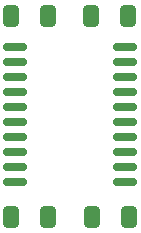
<source format=gtp>
G04 #@! TF.GenerationSoftware,KiCad,Pcbnew,6.0.8-1.fc36*
G04 #@! TF.CreationDate,2022-11-01T17:46:47+01:00*
G04 #@! TF.ProjectId,avr32dd20_eval,61767233-3264-4643-9230-5f6576616c2e,rev?*
G04 #@! TF.SameCoordinates,Original*
G04 #@! TF.FileFunction,Paste,Top*
G04 #@! TF.FilePolarity,Positive*
%FSLAX46Y46*%
G04 Gerber Fmt 4.6, Leading zero omitted, Abs format (unit mm)*
G04 Created by KiCad (PCBNEW 6.0.8-1.fc36) date 2022-11-01 17:46:47*
%MOMM*%
%LPD*%
G01*
G04 APERTURE LIST*
G04 Aperture macros list*
%AMRoundRect*
0 Rectangle with rounded corners*
0 $1 Rounding radius*
0 $2 $3 $4 $5 $6 $7 $8 $9 X,Y pos of 4 corners*
0 Add a 4 corners polygon primitive as box body*
4,1,4,$2,$3,$4,$5,$6,$7,$8,$9,$2,$3,0*
0 Add four circle primitives for the rounded corners*
1,1,$1+$1,$2,$3*
1,1,$1+$1,$4,$5*
1,1,$1+$1,$6,$7*
1,1,$1+$1,$8,$9*
0 Add four rect primitives between the rounded corners*
20,1,$1+$1,$2,$3,$4,$5,0*
20,1,$1+$1,$4,$5,$6,$7,0*
20,1,$1+$1,$6,$7,$8,$9,0*
20,1,$1+$1,$8,$9,$2,$3,0*%
G04 Aperture macros list end*
%ADD10RoundRect,0.250000X0.412500X0.650000X-0.412500X0.650000X-0.412500X-0.650000X0.412500X-0.650000X0*%
%ADD11RoundRect,0.150000X-0.875000X-0.150000X0.875000X-0.150000X0.875000X0.150000X-0.875000X0.150000X0*%
%ADD12RoundRect,0.250000X-0.412500X-0.650000X0.412500X-0.650000X0.412500X0.650000X-0.412500X0.650000X0*%
G04 APERTURE END LIST*
D10*
X104051500Y-94996000D03*
X100926500Y-94996000D03*
D11*
X94410000Y-80645000D03*
X94410000Y-81915000D03*
X94410000Y-83185000D03*
X94410000Y-84455000D03*
X94410000Y-85725000D03*
X94410000Y-86995000D03*
X94410000Y-88265000D03*
X94410000Y-89535000D03*
X94410000Y-90805000D03*
X94410000Y-92075000D03*
X103710000Y-92075000D03*
X103710000Y-90805000D03*
X103710000Y-89535000D03*
X103710000Y-88265000D03*
X103710000Y-86995000D03*
X103710000Y-85725000D03*
X103710000Y-84455000D03*
X103710000Y-83185000D03*
X103710000Y-81915000D03*
X103710000Y-80645000D03*
D12*
X94068500Y-94996000D03*
X97193500Y-94996000D03*
D10*
X103924500Y-77978000D03*
X100799500Y-77978000D03*
D12*
X94068500Y-77978000D03*
X97193500Y-77978000D03*
M02*

</source>
